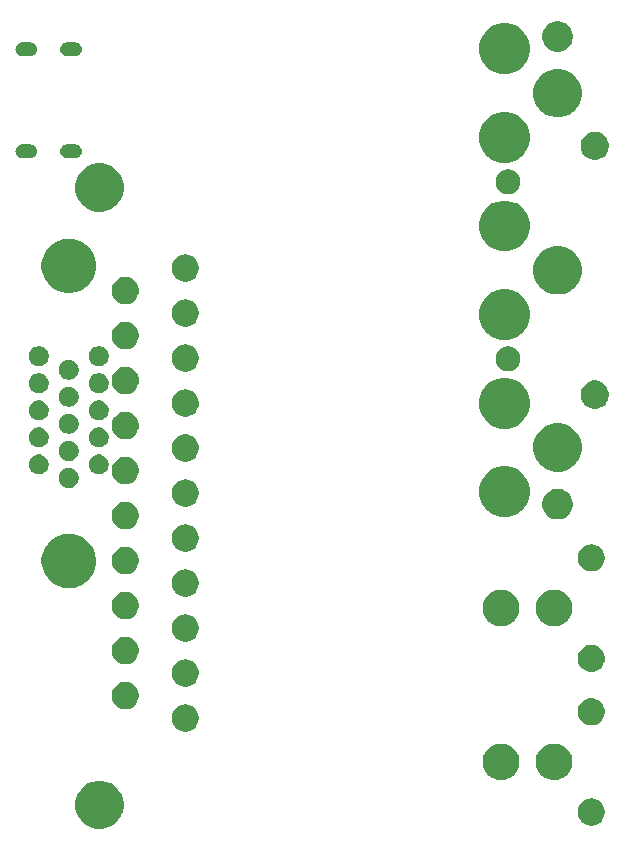
<source format=gbr>
%TF.GenerationSoftware,KiCad,Pcbnew,(5.1.5)-2*%
%TF.CreationDate,2020-06-12T06:49:41+12:00*%
%TF.ProjectId,RGB-to-component,5247422d-746f-42d6-936f-6d706f6e656e,rev?*%
%TF.SameCoordinates,Original*%
%TF.FileFunction,Soldermask,Bot*%
%TF.FilePolarity,Negative*%
%FSLAX46Y46*%
G04 Gerber Fmt 4.6, Leading zero omitted, Abs format (unit mm)*
G04 Created by KiCad (PCBNEW (5.1.5)-2) date 2020-06-12 06:49:41*
%MOMM*%
%LPD*%
G04 APERTURE LIST*
%ADD10C,0.100000*%
G04 APERTURE END LIST*
D10*
G36*
X27798254Y-105297818D02*
G01*
X28171511Y-105452426D01*
X28171513Y-105452427D01*
X28507436Y-105676884D01*
X28793116Y-105962564D01*
X29017574Y-106298489D01*
X29172182Y-106671746D01*
X29251000Y-107067993D01*
X29251000Y-107472007D01*
X29172182Y-107868254D01*
X29124501Y-107983365D01*
X29017573Y-108241513D01*
X28793116Y-108577436D01*
X28507436Y-108863116D01*
X28171513Y-109087573D01*
X28171512Y-109087574D01*
X28171511Y-109087574D01*
X27798254Y-109242182D01*
X27402007Y-109321000D01*
X26997993Y-109321000D01*
X26601746Y-109242182D01*
X26228489Y-109087574D01*
X26228488Y-109087574D01*
X26228487Y-109087573D01*
X25892564Y-108863116D01*
X25606884Y-108577436D01*
X25382427Y-108241513D01*
X25275499Y-107983365D01*
X25227818Y-107868254D01*
X25149000Y-107472007D01*
X25149000Y-107067993D01*
X25227818Y-106671746D01*
X25382426Y-106298489D01*
X25606884Y-105962564D01*
X25892564Y-105676884D01*
X26228487Y-105452427D01*
X26228489Y-105452426D01*
X26601746Y-105297818D01*
X26997993Y-105219000D01*
X27402007Y-105219000D01*
X27798254Y-105297818D01*
G37*
G36*
X69074549Y-106741116D02*
G01*
X69185734Y-106763232D01*
X69395203Y-106849997D01*
X69583720Y-106975960D01*
X69744040Y-107136280D01*
X69870003Y-107324797D01*
X69956768Y-107534266D01*
X70001000Y-107756636D01*
X70001000Y-107983364D01*
X69956768Y-108205734D01*
X69870003Y-108415203D01*
X69744040Y-108603720D01*
X69583720Y-108764040D01*
X69395203Y-108890003D01*
X69185734Y-108976768D01*
X69074549Y-108998884D01*
X68963365Y-109021000D01*
X68736635Y-109021000D01*
X68625451Y-108998884D01*
X68514266Y-108976768D01*
X68304797Y-108890003D01*
X68116280Y-108764040D01*
X67955960Y-108603720D01*
X67829997Y-108415203D01*
X67743232Y-108205734D01*
X67699000Y-107983364D01*
X67699000Y-107756636D01*
X67743232Y-107534266D01*
X67829997Y-107324797D01*
X67955960Y-107136280D01*
X68116280Y-106975960D01*
X68304797Y-106849997D01*
X68514266Y-106763232D01*
X68625451Y-106741116D01*
X68736635Y-106719000D01*
X68963365Y-106719000D01*
X69074549Y-106741116D01*
G37*
G36*
X66002585Y-102098802D02*
G01*
X66152410Y-102128604D01*
X66434674Y-102245521D01*
X66688705Y-102415259D01*
X66904741Y-102631295D01*
X67074479Y-102885326D01*
X67191396Y-103167590D01*
X67251000Y-103467240D01*
X67251000Y-103772760D01*
X67191396Y-104072410D01*
X67074479Y-104354674D01*
X66904741Y-104608705D01*
X66688705Y-104824741D01*
X66434674Y-104994479D01*
X66152410Y-105111396D01*
X66002585Y-105141198D01*
X65852761Y-105171000D01*
X65547239Y-105171000D01*
X65397415Y-105141198D01*
X65247590Y-105111396D01*
X64965326Y-104994479D01*
X64711295Y-104824741D01*
X64495259Y-104608705D01*
X64325521Y-104354674D01*
X64208604Y-104072410D01*
X64149000Y-103772760D01*
X64149000Y-103467240D01*
X64208604Y-103167590D01*
X64325521Y-102885326D01*
X64495259Y-102631295D01*
X64711295Y-102415259D01*
X64965326Y-102245521D01*
X65247590Y-102128604D01*
X65397415Y-102098802D01*
X65547239Y-102069000D01*
X65852761Y-102069000D01*
X66002585Y-102098802D01*
G37*
G36*
X61502585Y-102098802D02*
G01*
X61652410Y-102128604D01*
X61934674Y-102245521D01*
X62188705Y-102415259D01*
X62404741Y-102631295D01*
X62574479Y-102885326D01*
X62691396Y-103167590D01*
X62751000Y-103467240D01*
X62751000Y-103772760D01*
X62691396Y-104072410D01*
X62574479Y-104354674D01*
X62404741Y-104608705D01*
X62188705Y-104824741D01*
X61934674Y-104994479D01*
X61652410Y-105111396D01*
X61502585Y-105141198D01*
X61352761Y-105171000D01*
X61047239Y-105171000D01*
X60897415Y-105141198D01*
X60747590Y-105111396D01*
X60465326Y-104994479D01*
X60211295Y-104824741D01*
X59995259Y-104608705D01*
X59825521Y-104354674D01*
X59708604Y-104072410D01*
X59649000Y-103772760D01*
X59649000Y-103467240D01*
X59708604Y-103167590D01*
X59825521Y-102885326D01*
X59995259Y-102631295D01*
X60211295Y-102415259D01*
X60465326Y-102245521D01*
X60747590Y-102128604D01*
X60897415Y-102098802D01*
X61047239Y-102069000D01*
X61352761Y-102069000D01*
X61502585Y-102098802D01*
G37*
G36*
X34704549Y-98776116D02*
G01*
X34815734Y-98798232D01*
X35025203Y-98884997D01*
X35213720Y-99010960D01*
X35374040Y-99171280D01*
X35500003Y-99359797D01*
X35586768Y-99569266D01*
X35631000Y-99791636D01*
X35631000Y-100018364D01*
X35586768Y-100240734D01*
X35500003Y-100450203D01*
X35374040Y-100638720D01*
X35213720Y-100799040D01*
X35025203Y-100925003D01*
X34815734Y-101011768D01*
X34704549Y-101033884D01*
X34593365Y-101056000D01*
X34366635Y-101056000D01*
X34255451Y-101033884D01*
X34144266Y-101011768D01*
X33934797Y-100925003D01*
X33746280Y-100799040D01*
X33585960Y-100638720D01*
X33459997Y-100450203D01*
X33373232Y-100240734D01*
X33329000Y-100018364D01*
X33329000Y-99791636D01*
X33373232Y-99569266D01*
X33459997Y-99359797D01*
X33585960Y-99171280D01*
X33746280Y-99010960D01*
X33934797Y-98884997D01*
X34144266Y-98798232D01*
X34255451Y-98776116D01*
X34366635Y-98754000D01*
X34593365Y-98754000D01*
X34704549Y-98776116D01*
G37*
G36*
X69074549Y-98241116D02*
G01*
X69185734Y-98263232D01*
X69395203Y-98349997D01*
X69583720Y-98475960D01*
X69744040Y-98636280D01*
X69870003Y-98824797D01*
X69956768Y-99034266D01*
X70001000Y-99256636D01*
X70001000Y-99483364D01*
X69956768Y-99705734D01*
X69870003Y-99915203D01*
X69744040Y-100103720D01*
X69583720Y-100264040D01*
X69395203Y-100390003D01*
X69185734Y-100476768D01*
X69074549Y-100498884D01*
X68963365Y-100521000D01*
X68736635Y-100521000D01*
X68625451Y-100498884D01*
X68514266Y-100476768D01*
X68304797Y-100390003D01*
X68116280Y-100264040D01*
X67955960Y-100103720D01*
X67829997Y-99915203D01*
X67743232Y-99705734D01*
X67699000Y-99483364D01*
X67699000Y-99256636D01*
X67743232Y-99034266D01*
X67829997Y-98824797D01*
X67955960Y-98636280D01*
X68116280Y-98475960D01*
X68304797Y-98349997D01*
X68514266Y-98263232D01*
X68625451Y-98241116D01*
X68736635Y-98219000D01*
X68963365Y-98219000D01*
X69074549Y-98241116D01*
G37*
G36*
X29624549Y-96871116D02*
G01*
X29735734Y-96893232D01*
X29945203Y-96979997D01*
X30133720Y-97105960D01*
X30294040Y-97266280D01*
X30420003Y-97454797D01*
X30506768Y-97664266D01*
X30551000Y-97886636D01*
X30551000Y-98113364D01*
X30506768Y-98335734D01*
X30420003Y-98545203D01*
X30294040Y-98733720D01*
X30133720Y-98894040D01*
X29945203Y-99020003D01*
X29735734Y-99106768D01*
X29624549Y-99128884D01*
X29513365Y-99151000D01*
X29286635Y-99151000D01*
X29175451Y-99128884D01*
X29064266Y-99106768D01*
X28854797Y-99020003D01*
X28666280Y-98894040D01*
X28505960Y-98733720D01*
X28379997Y-98545203D01*
X28293232Y-98335734D01*
X28249000Y-98113364D01*
X28249000Y-97886636D01*
X28293232Y-97664266D01*
X28379997Y-97454797D01*
X28505960Y-97266280D01*
X28666280Y-97105960D01*
X28854797Y-96979997D01*
X29064266Y-96893232D01*
X29175451Y-96871116D01*
X29286635Y-96849000D01*
X29513365Y-96849000D01*
X29624549Y-96871116D01*
G37*
G36*
X34690714Y-94963364D02*
G01*
X34815734Y-94988232D01*
X35025203Y-95074997D01*
X35213720Y-95200960D01*
X35374040Y-95361280D01*
X35500003Y-95549797D01*
X35500004Y-95549799D01*
X35586768Y-95759267D01*
X35626054Y-95956768D01*
X35631000Y-95981636D01*
X35631000Y-96208364D01*
X35586768Y-96430734D01*
X35500003Y-96640203D01*
X35374040Y-96828720D01*
X35213720Y-96989040D01*
X35025203Y-97115003D01*
X34815734Y-97201768D01*
X34704549Y-97223884D01*
X34593365Y-97246000D01*
X34366635Y-97246000D01*
X34255451Y-97223884D01*
X34144266Y-97201768D01*
X33934797Y-97115003D01*
X33746280Y-96989040D01*
X33585960Y-96828720D01*
X33459997Y-96640203D01*
X33373232Y-96430734D01*
X33329000Y-96208364D01*
X33329000Y-95981636D01*
X33333947Y-95956768D01*
X33373232Y-95759267D01*
X33459996Y-95549799D01*
X33459997Y-95549797D01*
X33585960Y-95361280D01*
X33746280Y-95200960D01*
X33934797Y-95074997D01*
X34144266Y-94988232D01*
X34269286Y-94963364D01*
X34366635Y-94944000D01*
X34593365Y-94944000D01*
X34690714Y-94963364D01*
G37*
G36*
X69074549Y-93721116D02*
G01*
X69185734Y-93743232D01*
X69395203Y-93829997D01*
X69583720Y-93955960D01*
X69744040Y-94116280D01*
X69869046Y-94303365D01*
X69870004Y-94304799D01*
X69956768Y-94514267D01*
X70001000Y-94736635D01*
X70001000Y-94963365D01*
X69978884Y-95074549D01*
X69956768Y-95185734D01*
X69870003Y-95395203D01*
X69744040Y-95583720D01*
X69583720Y-95744040D01*
X69395203Y-95870003D01*
X69185734Y-95956768D01*
X69074549Y-95978884D01*
X68963365Y-96001000D01*
X68736635Y-96001000D01*
X68625451Y-95978884D01*
X68514266Y-95956768D01*
X68304797Y-95870003D01*
X68116280Y-95744040D01*
X67955960Y-95583720D01*
X67829997Y-95395203D01*
X67743232Y-95185734D01*
X67721116Y-95074549D01*
X67699000Y-94963365D01*
X67699000Y-94736635D01*
X67743232Y-94514267D01*
X67829996Y-94304799D01*
X67830954Y-94303365D01*
X67955960Y-94116280D01*
X68116280Y-93955960D01*
X68304797Y-93829997D01*
X68514266Y-93743232D01*
X68625451Y-93721116D01*
X68736635Y-93699000D01*
X68963365Y-93699000D01*
X69074549Y-93721116D01*
G37*
G36*
X29624549Y-93061116D02*
G01*
X29735734Y-93083232D01*
X29945203Y-93169997D01*
X30133720Y-93295960D01*
X30294040Y-93456280D01*
X30420003Y-93644797D01*
X30506768Y-93854266D01*
X30551000Y-94076636D01*
X30551000Y-94303364D01*
X30506768Y-94525734D01*
X30420003Y-94735203D01*
X30294040Y-94923720D01*
X30133720Y-95084040D01*
X29945203Y-95210003D01*
X29735734Y-95296768D01*
X29624549Y-95318884D01*
X29513365Y-95341000D01*
X29286635Y-95341000D01*
X29175451Y-95318884D01*
X29064266Y-95296768D01*
X28854797Y-95210003D01*
X28666280Y-95084040D01*
X28505960Y-94923720D01*
X28379997Y-94735203D01*
X28293232Y-94525734D01*
X28249000Y-94303364D01*
X28249000Y-94076636D01*
X28293232Y-93854266D01*
X28379997Y-93644797D01*
X28505960Y-93456280D01*
X28666280Y-93295960D01*
X28854797Y-93169997D01*
X29064266Y-93083232D01*
X29175451Y-93061116D01*
X29286635Y-93039000D01*
X29513365Y-93039000D01*
X29624549Y-93061116D01*
G37*
G36*
X34704549Y-91156116D02*
G01*
X34815734Y-91178232D01*
X35025203Y-91264997D01*
X35213720Y-91390960D01*
X35374040Y-91551280D01*
X35500003Y-91739797D01*
X35586768Y-91949266D01*
X35631000Y-92171636D01*
X35631000Y-92398364D01*
X35586768Y-92620734D01*
X35500003Y-92830203D01*
X35374040Y-93018720D01*
X35213720Y-93179040D01*
X35025203Y-93305003D01*
X34815734Y-93391768D01*
X34704549Y-93413884D01*
X34593365Y-93436000D01*
X34366635Y-93436000D01*
X34255451Y-93413884D01*
X34144266Y-93391768D01*
X33934797Y-93305003D01*
X33746280Y-93179040D01*
X33585960Y-93018720D01*
X33459997Y-92830203D01*
X33373232Y-92620734D01*
X33329000Y-92398364D01*
X33329000Y-92171636D01*
X33373232Y-91949266D01*
X33459997Y-91739797D01*
X33585960Y-91551280D01*
X33746280Y-91390960D01*
X33934797Y-91264997D01*
X34144266Y-91178232D01*
X34255451Y-91156116D01*
X34366635Y-91134000D01*
X34593365Y-91134000D01*
X34704549Y-91156116D01*
G37*
G36*
X66002585Y-89078802D02*
G01*
X66152410Y-89108604D01*
X66434674Y-89225521D01*
X66688705Y-89395259D01*
X66904741Y-89611295D01*
X67074479Y-89865326D01*
X67191396Y-90147590D01*
X67251000Y-90447240D01*
X67251000Y-90752760D01*
X67191396Y-91052410D01*
X67074479Y-91334674D01*
X66904741Y-91588705D01*
X66688705Y-91804741D01*
X66434674Y-91974479D01*
X66152410Y-92091396D01*
X66002585Y-92121198D01*
X65852761Y-92151000D01*
X65547239Y-92151000D01*
X65397415Y-92121198D01*
X65247590Y-92091396D01*
X64965326Y-91974479D01*
X64711295Y-91804741D01*
X64495259Y-91588705D01*
X64325521Y-91334674D01*
X64208604Y-91052410D01*
X64149000Y-90752760D01*
X64149000Y-90447240D01*
X64208604Y-90147590D01*
X64325521Y-89865326D01*
X64495259Y-89611295D01*
X64711295Y-89395259D01*
X64965326Y-89225521D01*
X65247590Y-89108604D01*
X65397415Y-89078802D01*
X65547239Y-89049000D01*
X65852761Y-89049000D01*
X66002585Y-89078802D01*
G37*
G36*
X61502585Y-89078802D02*
G01*
X61652410Y-89108604D01*
X61934674Y-89225521D01*
X62188705Y-89395259D01*
X62404741Y-89611295D01*
X62574479Y-89865326D01*
X62691396Y-90147590D01*
X62751000Y-90447240D01*
X62751000Y-90752760D01*
X62691396Y-91052410D01*
X62574479Y-91334674D01*
X62404741Y-91588705D01*
X62188705Y-91804741D01*
X61934674Y-91974479D01*
X61652410Y-92091396D01*
X61502585Y-92121198D01*
X61352761Y-92151000D01*
X61047239Y-92151000D01*
X60897415Y-92121198D01*
X60747590Y-92091396D01*
X60465326Y-91974479D01*
X60211295Y-91804741D01*
X59995259Y-91588705D01*
X59825521Y-91334674D01*
X59708604Y-91052410D01*
X59649000Y-90752760D01*
X59649000Y-90447240D01*
X59708604Y-90147590D01*
X59825521Y-89865326D01*
X59995259Y-89611295D01*
X60211295Y-89395259D01*
X60465326Y-89225521D01*
X60747590Y-89108604D01*
X60897415Y-89078802D01*
X61047239Y-89049000D01*
X61352761Y-89049000D01*
X61502585Y-89078802D01*
G37*
G36*
X29624549Y-89251116D02*
G01*
X29735734Y-89273232D01*
X29945203Y-89359997D01*
X30133720Y-89485960D01*
X30294040Y-89646280D01*
X30420003Y-89834797D01*
X30506768Y-90044266D01*
X30551000Y-90266636D01*
X30551000Y-90493364D01*
X30506768Y-90715734D01*
X30420003Y-90925203D01*
X30294040Y-91113720D01*
X30133720Y-91274040D01*
X29945203Y-91400003D01*
X29735734Y-91486768D01*
X29624549Y-91508884D01*
X29513365Y-91531000D01*
X29286635Y-91531000D01*
X29175451Y-91508884D01*
X29064266Y-91486768D01*
X28854797Y-91400003D01*
X28666280Y-91274040D01*
X28505960Y-91113720D01*
X28379997Y-90925203D01*
X28293232Y-90715734D01*
X28249000Y-90493364D01*
X28249000Y-90266636D01*
X28293232Y-90044266D01*
X28379997Y-89834797D01*
X28505960Y-89646280D01*
X28666280Y-89485960D01*
X28854797Y-89359997D01*
X29064266Y-89273232D01*
X29175451Y-89251116D01*
X29286635Y-89229000D01*
X29513365Y-89229000D01*
X29624549Y-89251116D01*
G37*
G36*
X34704549Y-87346116D02*
G01*
X34815734Y-87368232D01*
X35025203Y-87454997D01*
X35213720Y-87580960D01*
X35374040Y-87741280D01*
X35500003Y-87929797D01*
X35586768Y-88139266D01*
X35631000Y-88361636D01*
X35631000Y-88588364D01*
X35586768Y-88810734D01*
X35500003Y-89020203D01*
X35374040Y-89208720D01*
X35213720Y-89369040D01*
X35025203Y-89495003D01*
X34815734Y-89581768D01*
X34704549Y-89603884D01*
X34593365Y-89626000D01*
X34366635Y-89626000D01*
X34255451Y-89603884D01*
X34144266Y-89581768D01*
X33934797Y-89495003D01*
X33746280Y-89369040D01*
X33585960Y-89208720D01*
X33459997Y-89020203D01*
X33373232Y-88810734D01*
X33329000Y-88588364D01*
X33329000Y-88361636D01*
X33373232Y-88139266D01*
X33459997Y-87929797D01*
X33585960Y-87741280D01*
X33746280Y-87580960D01*
X33934797Y-87454997D01*
X34144266Y-87368232D01*
X34255451Y-87346116D01*
X34366635Y-87324000D01*
X34593365Y-87324000D01*
X34704549Y-87346116D01*
G37*
G36*
X25048903Y-84363213D02*
G01*
X25271177Y-84407426D01*
X25689932Y-84580880D01*
X26066802Y-84832696D01*
X26387304Y-85153198D01*
X26639120Y-85530068D01*
X26812574Y-85948823D01*
X26856787Y-86171097D01*
X26901000Y-86393370D01*
X26901000Y-86846630D01*
X26889243Y-86905734D01*
X26812574Y-87291177D01*
X26639120Y-87709932D01*
X26387304Y-88086802D01*
X26066802Y-88407304D01*
X25689932Y-88659120D01*
X25271177Y-88832574D01*
X25048903Y-88876787D01*
X24826630Y-88921000D01*
X24373370Y-88921000D01*
X24151097Y-88876787D01*
X23928823Y-88832574D01*
X23510068Y-88659120D01*
X23133198Y-88407304D01*
X22812696Y-88086802D01*
X22560880Y-87709932D01*
X22387426Y-87291177D01*
X22310757Y-86905734D01*
X22299000Y-86846630D01*
X22299000Y-86393370D01*
X22343213Y-86171097D01*
X22387426Y-85948823D01*
X22560880Y-85530068D01*
X22812696Y-85153198D01*
X23133198Y-84832696D01*
X23510068Y-84580880D01*
X23928823Y-84407426D01*
X24151097Y-84363213D01*
X24373370Y-84319000D01*
X24826630Y-84319000D01*
X25048903Y-84363213D01*
G37*
G36*
X29624549Y-85441116D02*
G01*
X29735734Y-85463232D01*
X29945203Y-85549997D01*
X30133720Y-85675960D01*
X30294040Y-85836280D01*
X30420003Y-86024797D01*
X30506768Y-86234266D01*
X30551000Y-86456636D01*
X30551000Y-86683364D01*
X30506768Y-86905734D01*
X30420003Y-87115203D01*
X30294040Y-87303720D01*
X30133720Y-87464040D01*
X29945203Y-87590003D01*
X29735734Y-87676768D01*
X29624549Y-87698884D01*
X29513365Y-87721000D01*
X29286635Y-87721000D01*
X29175451Y-87698884D01*
X29064266Y-87676768D01*
X28854797Y-87590003D01*
X28666280Y-87464040D01*
X28505960Y-87303720D01*
X28379997Y-87115203D01*
X28293232Y-86905734D01*
X28249000Y-86683364D01*
X28249000Y-86456636D01*
X28293232Y-86234266D01*
X28379997Y-86024797D01*
X28505960Y-85836280D01*
X28666280Y-85675960D01*
X28854797Y-85549997D01*
X29064266Y-85463232D01*
X29175451Y-85441116D01*
X29286635Y-85419000D01*
X29513365Y-85419000D01*
X29624549Y-85441116D01*
G37*
G36*
X69074549Y-85221116D02*
G01*
X69185734Y-85243232D01*
X69395203Y-85329997D01*
X69583720Y-85455960D01*
X69744040Y-85616280D01*
X69870003Y-85804797D01*
X69870004Y-85804799D01*
X69883044Y-85836280D01*
X69956768Y-86014266D01*
X70001000Y-86236636D01*
X70001000Y-86463364D01*
X69956768Y-86685734D01*
X69870003Y-86895203D01*
X69744040Y-87083720D01*
X69583720Y-87244040D01*
X69395203Y-87370003D01*
X69185734Y-87456768D01*
X69074549Y-87478884D01*
X68963365Y-87501000D01*
X68736635Y-87501000D01*
X68625451Y-87478884D01*
X68514266Y-87456768D01*
X68304797Y-87370003D01*
X68116280Y-87244040D01*
X67955960Y-87083720D01*
X67829997Y-86895203D01*
X67743232Y-86685734D01*
X67699000Y-86463364D01*
X67699000Y-86236636D01*
X67743232Y-86014266D01*
X67816956Y-85836280D01*
X67829996Y-85804799D01*
X67829997Y-85804797D01*
X67955960Y-85616280D01*
X68116280Y-85455960D01*
X68304797Y-85329997D01*
X68514266Y-85243232D01*
X68625451Y-85221116D01*
X68736635Y-85199000D01*
X68963365Y-85199000D01*
X69074549Y-85221116D01*
G37*
G36*
X34704549Y-83536116D02*
G01*
X34815734Y-83558232D01*
X35025203Y-83644997D01*
X35213720Y-83770960D01*
X35374040Y-83931280D01*
X35500003Y-84119797D01*
X35582516Y-84319000D01*
X35586768Y-84329267D01*
X35631000Y-84551635D01*
X35631000Y-84778365D01*
X35586768Y-85000733D01*
X35504644Y-85199000D01*
X35500003Y-85210203D01*
X35374040Y-85398720D01*
X35213720Y-85559040D01*
X35025203Y-85685003D01*
X34815734Y-85771768D01*
X34704549Y-85793884D01*
X34593365Y-85816000D01*
X34366635Y-85816000D01*
X34255451Y-85793884D01*
X34144266Y-85771768D01*
X33934797Y-85685003D01*
X33746280Y-85559040D01*
X33585960Y-85398720D01*
X33459997Y-85210203D01*
X33455357Y-85199000D01*
X33373232Y-85000733D01*
X33329000Y-84778365D01*
X33329000Y-84551635D01*
X33373232Y-84329267D01*
X33377485Y-84319000D01*
X33459997Y-84119797D01*
X33585960Y-83931280D01*
X33746280Y-83770960D01*
X33934797Y-83644997D01*
X34144266Y-83558232D01*
X34255451Y-83536116D01*
X34366635Y-83514000D01*
X34593365Y-83514000D01*
X34704549Y-83536116D01*
G37*
G36*
X29624549Y-81631116D02*
G01*
X29735734Y-81653232D01*
X29945203Y-81739997D01*
X30133720Y-81865960D01*
X30294040Y-82026280D01*
X30420003Y-82214797D01*
X30505329Y-82420791D01*
X30506768Y-82424267D01*
X30547560Y-82629339D01*
X30551000Y-82646636D01*
X30551000Y-82873364D01*
X30506768Y-83095734D01*
X30420003Y-83305203D01*
X30294040Y-83493720D01*
X30133720Y-83654040D01*
X29945203Y-83780003D01*
X29735734Y-83866768D01*
X29624549Y-83888884D01*
X29513365Y-83911000D01*
X29286635Y-83911000D01*
X29175451Y-83888884D01*
X29064266Y-83866768D01*
X28854797Y-83780003D01*
X28666280Y-83654040D01*
X28505960Y-83493720D01*
X28379997Y-83305203D01*
X28293232Y-83095734D01*
X28249000Y-82873364D01*
X28249000Y-82646636D01*
X28252441Y-82629339D01*
X28293232Y-82424267D01*
X28294672Y-82420791D01*
X28379997Y-82214797D01*
X28505960Y-82026280D01*
X28666280Y-81865960D01*
X28854797Y-81739997D01*
X29064266Y-81653232D01*
X29175451Y-81631116D01*
X29286635Y-81609000D01*
X29513365Y-81609000D01*
X29624549Y-81631116D01*
G37*
G36*
X66379487Y-80548996D02*
G01*
X66616253Y-80647068D01*
X66616255Y-80647069D01*
X66757783Y-80741635D01*
X66829339Y-80789447D01*
X67010553Y-80970661D01*
X67152932Y-81183747D01*
X67251004Y-81420513D01*
X67301000Y-81671861D01*
X67301000Y-81928139D01*
X67251004Y-82179487D01*
X67236378Y-82214797D01*
X67152931Y-82416255D01*
X67010553Y-82629339D01*
X66829339Y-82810553D01*
X66616255Y-82952931D01*
X66616254Y-82952932D01*
X66616253Y-82952932D01*
X66379487Y-83051004D01*
X66128139Y-83101000D01*
X65871861Y-83101000D01*
X65620513Y-83051004D01*
X65383747Y-82952932D01*
X65383746Y-82952932D01*
X65383745Y-82952931D01*
X65170661Y-82810553D01*
X64989447Y-82629339D01*
X64847069Y-82416255D01*
X64763622Y-82214797D01*
X64748996Y-82179487D01*
X64699000Y-81928139D01*
X64699000Y-81671861D01*
X64748996Y-81420513D01*
X64847068Y-81183747D01*
X64989447Y-80970661D01*
X65170661Y-80789447D01*
X65242217Y-80741635D01*
X65383745Y-80647069D01*
X65383747Y-80647068D01*
X65620513Y-80548996D01*
X65871861Y-80499000D01*
X66128139Y-80499000D01*
X66379487Y-80548996D01*
G37*
G36*
X62127423Y-78681661D02*
G01*
X62517172Y-78843100D01*
X62518881Y-78843808D01*
X62871183Y-79079209D01*
X63170791Y-79378817D01*
X63406192Y-79731119D01*
X63406193Y-79731121D01*
X63568339Y-80122577D01*
X63651000Y-80538144D01*
X63651000Y-80961856D01*
X63568339Y-81377423D01*
X63406193Y-81768879D01*
X63406192Y-81768881D01*
X63170791Y-82121183D01*
X62871183Y-82420791D01*
X62518881Y-82656192D01*
X62518880Y-82656193D01*
X62518879Y-82656193D01*
X62127423Y-82818339D01*
X61711856Y-82901000D01*
X61288144Y-82901000D01*
X60872577Y-82818339D01*
X60481121Y-82656193D01*
X60481120Y-82656193D01*
X60481119Y-82656192D01*
X60128817Y-82420791D01*
X59829209Y-82121183D01*
X59593808Y-81768881D01*
X59593807Y-81768879D01*
X59431661Y-81377423D01*
X59349000Y-80961856D01*
X59349000Y-80538144D01*
X59431661Y-80122577D01*
X59593807Y-79731121D01*
X59593808Y-79731119D01*
X59829209Y-79378817D01*
X60128817Y-79079209D01*
X60481119Y-78843808D01*
X60482828Y-78843100D01*
X60872577Y-78681661D01*
X61288144Y-78599000D01*
X61711856Y-78599000D01*
X62127423Y-78681661D01*
G37*
G36*
X34704549Y-79726116D02*
G01*
X34815734Y-79748232D01*
X34963850Y-79809584D01*
X35008862Y-79828228D01*
X35025203Y-79834997D01*
X35213720Y-79960960D01*
X35374040Y-80121280D01*
X35500003Y-80309797D01*
X35586768Y-80519266D01*
X35631000Y-80741636D01*
X35631000Y-80968364D01*
X35586768Y-81190734D01*
X35500003Y-81400203D01*
X35374040Y-81588720D01*
X35213720Y-81749040D01*
X35025203Y-81875003D01*
X34815734Y-81961768D01*
X34704549Y-81983884D01*
X34593365Y-82006000D01*
X34366635Y-82006000D01*
X34255451Y-81983884D01*
X34144266Y-81961768D01*
X33934797Y-81875003D01*
X33746280Y-81749040D01*
X33585960Y-81588720D01*
X33459997Y-81400203D01*
X33373232Y-81190734D01*
X33329000Y-80968364D01*
X33329000Y-80741636D01*
X33373232Y-80519266D01*
X33459997Y-80309797D01*
X33585960Y-80121280D01*
X33746280Y-79960960D01*
X33934797Y-79834997D01*
X33951139Y-79828228D01*
X33996150Y-79809584D01*
X34144266Y-79748232D01*
X34255451Y-79726116D01*
X34366635Y-79704000D01*
X34593365Y-79704000D01*
X34704549Y-79726116D01*
G37*
G36*
X24848228Y-78761703D02*
G01*
X25003100Y-78825853D01*
X25142481Y-78918985D01*
X25261015Y-79037519D01*
X25354147Y-79176900D01*
X25418297Y-79331772D01*
X25451000Y-79496184D01*
X25451000Y-79663816D01*
X25418297Y-79828228D01*
X25354147Y-79983100D01*
X25261015Y-80122481D01*
X25142481Y-80241015D01*
X25003100Y-80334147D01*
X24848228Y-80398297D01*
X24683816Y-80431000D01*
X24516184Y-80431000D01*
X24351772Y-80398297D01*
X24196900Y-80334147D01*
X24057519Y-80241015D01*
X23938985Y-80122481D01*
X23845853Y-79983100D01*
X23781703Y-79828228D01*
X23749000Y-79663816D01*
X23749000Y-79496184D01*
X23781703Y-79331772D01*
X23845853Y-79176900D01*
X23938985Y-79037519D01*
X24057519Y-78918985D01*
X24196900Y-78825853D01*
X24351772Y-78761703D01*
X24516184Y-78729000D01*
X24683816Y-78729000D01*
X24848228Y-78761703D01*
G37*
G36*
X29624549Y-77821116D02*
G01*
X29735734Y-77843232D01*
X29945203Y-77929997D01*
X30133720Y-78055960D01*
X30294040Y-78216280D01*
X30420003Y-78404797D01*
X30500445Y-78599000D01*
X30506768Y-78614267D01*
X30547209Y-78817574D01*
X30551000Y-78836636D01*
X30551000Y-79063364D01*
X30506768Y-79285734D01*
X30420003Y-79495203D01*
X30294040Y-79683720D01*
X30133720Y-79844040D01*
X29945203Y-79970003D01*
X29945202Y-79970004D01*
X29945201Y-79970004D01*
X29913584Y-79983100D01*
X29735734Y-80056768D01*
X29624549Y-80078884D01*
X29513365Y-80101000D01*
X29286635Y-80101000D01*
X29175451Y-80078884D01*
X29064266Y-80056768D01*
X28886416Y-79983100D01*
X28854799Y-79970004D01*
X28854798Y-79970004D01*
X28854797Y-79970003D01*
X28666280Y-79844040D01*
X28505960Y-79683720D01*
X28379997Y-79495203D01*
X28293232Y-79285734D01*
X28249000Y-79063364D01*
X28249000Y-78836636D01*
X28252792Y-78817574D01*
X28293232Y-78614267D01*
X28299556Y-78599000D01*
X28379997Y-78404797D01*
X28505960Y-78216280D01*
X28666280Y-78055960D01*
X28854797Y-77929997D01*
X29064266Y-77843232D01*
X29175451Y-77821116D01*
X29286635Y-77799000D01*
X29513365Y-77799000D01*
X29624549Y-77821116D01*
G37*
G36*
X27388228Y-77621703D02*
G01*
X27543100Y-77685853D01*
X27682481Y-77778985D01*
X27801015Y-77897519D01*
X27894147Y-78036900D01*
X27958297Y-78191772D01*
X27991000Y-78356184D01*
X27991000Y-78523816D01*
X27958297Y-78688228D01*
X27894147Y-78843100D01*
X27801015Y-78982481D01*
X27682481Y-79101015D01*
X27543100Y-79194147D01*
X27388228Y-79258297D01*
X27223816Y-79291000D01*
X27056184Y-79291000D01*
X26891772Y-79258297D01*
X26736900Y-79194147D01*
X26597519Y-79101015D01*
X26478985Y-78982481D01*
X26385853Y-78843100D01*
X26321703Y-78688228D01*
X26289000Y-78523816D01*
X26289000Y-78356184D01*
X26321703Y-78191772D01*
X26385853Y-78036900D01*
X26478985Y-77897519D01*
X26597519Y-77778985D01*
X26736900Y-77685853D01*
X26891772Y-77621703D01*
X27056184Y-77589000D01*
X27223816Y-77589000D01*
X27388228Y-77621703D01*
G37*
G36*
X22308228Y-77621703D02*
G01*
X22463100Y-77685853D01*
X22602481Y-77778985D01*
X22721015Y-77897519D01*
X22814147Y-78036900D01*
X22878297Y-78191772D01*
X22911000Y-78356184D01*
X22911000Y-78523816D01*
X22878297Y-78688228D01*
X22814147Y-78843100D01*
X22721015Y-78982481D01*
X22602481Y-79101015D01*
X22463100Y-79194147D01*
X22308228Y-79258297D01*
X22143816Y-79291000D01*
X21976184Y-79291000D01*
X21811772Y-79258297D01*
X21656900Y-79194147D01*
X21517519Y-79101015D01*
X21398985Y-78982481D01*
X21305853Y-78843100D01*
X21241703Y-78688228D01*
X21209000Y-78523816D01*
X21209000Y-78356184D01*
X21241703Y-78191772D01*
X21305853Y-78036900D01*
X21398985Y-77897519D01*
X21517519Y-77778985D01*
X21656900Y-77685853D01*
X21811772Y-77621703D01*
X21976184Y-77589000D01*
X22143816Y-77589000D01*
X22308228Y-77621703D01*
G37*
G36*
X66598254Y-75027818D02*
G01*
X66971511Y-75182426D01*
X66971513Y-75182427D01*
X67307436Y-75406884D01*
X67593116Y-75692564D01*
X67732905Y-75901772D01*
X67817574Y-76028489D01*
X67972182Y-76401746D01*
X68051000Y-76797993D01*
X68051000Y-77202007D01*
X67972182Y-77598254D01*
X67831024Y-77939040D01*
X67817573Y-77971513D01*
X67593116Y-78307436D01*
X67307436Y-78593116D01*
X66971513Y-78817573D01*
X66971512Y-78817574D01*
X66971511Y-78817574D01*
X66598254Y-78972182D01*
X66202007Y-79051000D01*
X65797993Y-79051000D01*
X65401746Y-78972182D01*
X65028489Y-78817574D01*
X65028488Y-78817574D01*
X65028487Y-78817573D01*
X64692564Y-78593116D01*
X64406884Y-78307436D01*
X64182427Y-77971513D01*
X64168976Y-77939040D01*
X64027818Y-77598254D01*
X63949000Y-77202007D01*
X63949000Y-76797993D01*
X64027818Y-76401746D01*
X64182426Y-76028489D01*
X64267096Y-75901772D01*
X64406884Y-75692564D01*
X64692564Y-75406884D01*
X65028487Y-75182427D01*
X65028489Y-75182426D01*
X65401746Y-75027818D01*
X65797993Y-74949000D01*
X66202007Y-74949000D01*
X66598254Y-75027818D01*
G37*
G36*
X34632432Y-75901771D02*
G01*
X34815734Y-75938232D01*
X35025203Y-76024997D01*
X35213720Y-76150960D01*
X35374040Y-76311280D01*
X35500003Y-76499797D01*
X35500004Y-76499799D01*
X35586768Y-76709267D01*
X35622102Y-76886900D01*
X35631000Y-76931636D01*
X35631000Y-77158364D01*
X35586768Y-77380734D01*
X35500003Y-77590203D01*
X35374040Y-77778720D01*
X35213720Y-77939040D01*
X35025203Y-78065003D01*
X34815734Y-78151768D01*
X34704549Y-78173884D01*
X34593365Y-78196000D01*
X34366635Y-78196000D01*
X34255451Y-78173884D01*
X34144266Y-78151768D01*
X33934797Y-78065003D01*
X33746280Y-77939040D01*
X33585960Y-77778720D01*
X33459997Y-77590203D01*
X33373232Y-77380734D01*
X33329000Y-77158364D01*
X33329000Y-76931636D01*
X33337899Y-76886900D01*
X33373232Y-76709267D01*
X33459996Y-76499799D01*
X33459997Y-76499797D01*
X33585960Y-76311280D01*
X33746280Y-76150960D01*
X33934797Y-76024997D01*
X34144266Y-75938232D01*
X34327568Y-75901771D01*
X34366635Y-75894000D01*
X34593365Y-75894000D01*
X34632432Y-75901771D01*
G37*
G36*
X24848228Y-76471703D02*
G01*
X25003100Y-76535853D01*
X25142481Y-76628985D01*
X25261015Y-76747519D01*
X25354147Y-76886900D01*
X25418297Y-77041772D01*
X25451000Y-77206184D01*
X25451000Y-77373816D01*
X25418297Y-77538228D01*
X25354147Y-77693100D01*
X25261015Y-77832481D01*
X25142481Y-77951015D01*
X25003100Y-78044147D01*
X24848228Y-78108297D01*
X24683816Y-78141000D01*
X24516184Y-78141000D01*
X24351772Y-78108297D01*
X24196900Y-78044147D01*
X24057519Y-77951015D01*
X23938985Y-77832481D01*
X23845853Y-77693100D01*
X23781703Y-77538228D01*
X23749000Y-77373816D01*
X23749000Y-77206184D01*
X23781703Y-77041772D01*
X23845853Y-76886900D01*
X23938985Y-76747519D01*
X24057519Y-76628985D01*
X24196900Y-76535853D01*
X24351772Y-76471703D01*
X24516184Y-76439000D01*
X24683816Y-76439000D01*
X24848228Y-76471703D01*
G37*
G36*
X22308228Y-75331703D02*
G01*
X22463100Y-75395853D01*
X22602481Y-75488985D01*
X22721015Y-75607519D01*
X22814147Y-75746900D01*
X22878297Y-75901772D01*
X22911000Y-76066184D01*
X22911000Y-76233816D01*
X22878297Y-76398228D01*
X22814147Y-76553100D01*
X22721015Y-76692481D01*
X22602481Y-76811015D01*
X22463100Y-76904147D01*
X22308228Y-76968297D01*
X22143816Y-77001000D01*
X21976184Y-77001000D01*
X21811772Y-76968297D01*
X21656900Y-76904147D01*
X21517519Y-76811015D01*
X21398985Y-76692481D01*
X21305853Y-76553100D01*
X21241703Y-76398228D01*
X21209000Y-76233816D01*
X21209000Y-76066184D01*
X21241703Y-75901772D01*
X21305853Y-75746900D01*
X21398985Y-75607519D01*
X21517519Y-75488985D01*
X21656900Y-75395853D01*
X21811772Y-75331703D01*
X21976184Y-75299000D01*
X22143816Y-75299000D01*
X22308228Y-75331703D01*
G37*
G36*
X27388228Y-75331703D02*
G01*
X27543100Y-75395853D01*
X27682481Y-75488985D01*
X27801015Y-75607519D01*
X27894147Y-75746900D01*
X27958297Y-75901772D01*
X27991000Y-76066184D01*
X27991000Y-76233816D01*
X27958297Y-76398228D01*
X27894147Y-76553100D01*
X27801015Y-76692481D01*
X27682481Y-76811015D01*
X27543100Y-76904147D01*
X27388228Y-76968297D01*
X27223816Y-77001000D01*
X27056184Y-77001000D01*
X26891772Y-76968297D01*
X26736900Y-76904147D01*
X26597519Y-76811015D01*
X26478985Y-76692481D01*
X26385853Y-76553100D01*
X26321703Y-76398228D01*
X26289000Y-76233816D01*
X26289000Y-76066184D01*
X26321703Y-75901772D01*
X26385853Y-75746900D01*
X26478985Y-75607519D01*
X26597519Y-75488985D01*
X26736900Y-75395853D01*
X26891772Y-75331703D01*
X27056184Y-75299000D01*
X27223816Y-75299000D01*
X27388228Y-75331703D01*
G37*
G36*
X29624549Y-74011116D02*
G01*
X29735734Y-74033232D01*
X29945203Y-74119997D01*
X30133720Y-74245960D01*
X30294040Y-74406280D01*
X30328277Y-74457520D01*
X30420004Y-74594799D01*
X30506768Y-74804267D01*
X30551000Y-75026635D01*
X30551000Y-75253365D01*
X30535417Y-75331705D01*
X30506768Y-75475734D01*
X30420003Y-75685203D01*
X30294040Y-75873720D01*
X30133720Y-76034040D01*
X29945203Y-76160003D01*
X29735734Y-76246768D01*
X29624549Y-76268884D01*
X29513365Y-76291000D01*
X29286635Y-76291000D01*
X29175451Y-76268884D01*
X29064266Y-76246768D01*
X28854797Y-76160003D01*
X28666280Y-76034040D01*
X28505960Y-75873720D01*
X28379997Y-75685203D01*
X28293232Y-75475734D01*
X28264583Y-75331705D01*
X28249000Y-75253365D01*
X28249000Y-75026635D01*
X28293232Y-74804267D01*
X28379996Y-74594799D01*
X28471723Y-74457520D01*
X28505960Y-74406280D01*
X28666280Y-74245960D01*
X28854797Y-74119997D01*
X29064266Y-74033232D01*
X29175451Y-74011116D01*
X29286635Y-73989000D01*
X29513365Y-73989000D01*
X29624549Y-74011116D01*
G37*
G36*
X24848228Y-74181703D02*
G01*
X25003100Y-74245853D01*
X25142481Y-74338985D01*
X25261015Y-74457519D01*
X25354147Y-74596900D01*
X25418297Y-74751772D01*
X25451000Y-74916184D01*
X25451000Y-75083816D01*
X25418297Y-75248228D01*
X25354147Y-75403100D01*
X25261015Y-75542481D01*
X25142481Y-75661015D01*
X25003100Y-75754147D01*
X24848228Y-75818297D01*
X24683816Y-75851000D01*
X24516184Y-75851000D01*
X24351772Y-75818297D01*
X24196900Y-75754147D01*
X24057519Y-75661015D01*
X23938985Y-75542481D01*
X23845853Y-75403100D01*
X23781703Y-75248228D01*
X23749000Y-75083816D01*
X23749000Y-74916184D01*
X23781703Y-74751772D01*
X23845853Y-74596900D01*
X23938985Y-74457519D01*
X24057519Y-74338985D01*
X24196900Y-74245853D01*
X24351772Y-74181703D01*
X24516184Y-74149000D01*
X24683816Y-74149000D01*
X24848228Y-74181703D01*
G37*
G36*
X62127423Y-71181661D02*
G01*
X62518879Y-71343807D01*
X62518881Y-71343808D01*
X62871183Y-71579209D01*
X63170791Y-71878817D01*
X63406192Y-72231119D01*
X63406193Y-72231121D01*
X63568339Y-72622577D01*
X63651000Y-73038144D01*
X63651000Y-73461856D01*
X63568339Y-73877423D01*
X63411940Y-74255004D01*
X63406192Y-74268881D01*
X63170791Y-74621183D01*
X62871183Y-74920791D01*
X62518881Y-75156192D01*
X62518880Y-75156193D01*
X62518879Y-75156193D01*
X62127423Y-75318339D01*
X61711856Y-75401000D01*
X61288144Y-75401000D01*
X60872577Y-75318339D01*
X60481121Y-75156193D01*
X60481120Y-75156193D01*
X60481119Y-75156192D01*
X60128817Y-74920791D01*
X59829209Y-74621183D01*
X59593808Y-74268881D01*
X59588060Y-74255004D01*
X59431661Y-73877423D01*
X59349000Y-73461856D01*
X59349000Y-73038144D01*
X59431661Y-72622577D01*
X59593807Y-72231121D01*
X59593808Y-72231119D01*
X59829209Y-71878817D01*
X60128817Y-71579209D01*
X60481119Y-71343808D01*
X60481121Y-71343807D01*
X60872577Y-71181661D01*
X61288144Y-71099000D01*
X61711856Y-71099000D01*
X62127423Y-71181661D01*
G37*
G36*
X22308228Y-73041703D02*
G01*
X22463100Y-73105853D01*
X22602481Y-73198985D01*
X22721015Y-73317519D01*
X22814147Y-73456900D01*
X22878297Y-73611772D01*
X22911000Y-73776184D01*
X22911000Y-73943816D01*
X22878297Y-74108228D01*
X22814147Y-74263100D01*
X22721015Y-74402481D01*
X22602481Y-74521015D01*
X22463100Y-74614147D01*
X22308228Y-74678297D01*
X22143816Y-74711000D01*
X21976184Y-74711000D01*
X21811772Y-74678297D01*
X21656900Y-74614147D01*
X21517519Y-74521015D01*
X21398985Y-74402481D01*
X21305853Y-74263100D01*
X21241703Y-74108228D01*
X21209000Y-73943816D01*
X21209000Y-73776184D01*
X21241703Y-73611772D01*
X21305853Y-73456900D01*
X21398985Y-73317519D01*
X21517519Y-73198985D01*
X21656900Y-73105853D01*
X21811772Y-73041703D01*
X21976184Y-73009000D01*
X22143816Y-73009000D01*
X22308228Y-73041703D01*
G37*
G36*
X27388228Y-73041703D02*
G01*
X27543100Y-73105853D01*
X27682481Y-73198985D01*
X27801015Y-73317519D01*
X27894147Y-73456900D01*
X27958297Y-73611772D01*
X27991000Y-73776184D01*
X27991000Y-73943816D01*
X27958297Y-74108228D01*
X27894147Y-74263100D01*
X27801015Y-74402481D01*
X27682481Y-74521015D01*
X27543100Y-74614147D01*
X27388228Y-74678297D01*
X27223816Y-74711000D01*
X27056184Y-74711000D01*
X26891772Y-74678297D01*
X26736900Y-74614147D01*
X26597519Y-74521015D01*
X26478985Y-74402481D01*
X26385853Y-74263100D01*
X26321703Y-74108228D01*
X26289000Y-73943816D01*
X26289000Y-73776184D01*
X26321703Y-73611772D01*
X26385853Y-73456900D01*
X26478985Y-73317519D01*
X26597519Y-73198985D01*
X26736900Y-73105853D01*
X26891772Y-73041703D01*
X27056184Y-73009000D01*
X27223816Y-73009000D01*
X27388228Y-73041703D01*
G37*
G36*
X34704549Y-72106116D02*
G01*
X34815734Y-72128232D01*
X35025203Y-72214997D01*
X35213720Y-72340960D01*
X35374040Y-72501280D01*
X35500003Y-72689797D01*
X35580320Y-72883698D01*
X35586768Y-72899267D01*
X35631000Y-73121635D01*
X35631000Y-73348365D01*
X35609411Y-73456900D01*
X35586768Y-73570734D01*
X35500003Y-73780203D01*
X35374040Y-73968720D01*
X35213720Y-74129040D01*
X35025203Y-74255003D01*
X35025202Y-74255004D01*
X35025201Y-74255004D01*
X34991699Y-74268881D01*
X34815734Y-74341768D01*
X34704549Y-74363884D01*
X34593365Y-74386000D01*
X34366635Y-74386000D01*
X34255451Y-74363884D01*
X34144266Y-74341768D01*
X33968301Y-74268881D01*
X33934799Y-74255004D01*
X33934798Y-74255004D01*
X33934797Y-74255003D01*
X33746280Y-74129040D01*
X33585960Y-73968720D01*
X33459997Y-73780203D01*
X33373232Y-73570734D01*
X33350589Y-73456900D01*
X33329000Y-73348365D01*
X33329000Y-73121635D01*
X33373232Y-72899267D01*
X33379681Y-72883698D01*
X33459997Y-72689797D01*
X33585960Y-72501280D01*
X33746280Y-72340960D01*
X33934797Y-72214997D01*
X34144266Y-72128232D01*
X34255451Y-72106116D01*
X34366635Y-72084000D01*
X34593365Y-72084000D01*
X34704549Y-72106116D01*
G37*
G36*
X69494838Y-71378533D02*
G01*
X69651355Y-71443365D01*
X69713407Y-71469068D01*
X69910113Y-71600502D01*
X70077398Y-71767787D01*
X70203058Y-71955852D01*
X70208833Y-71964495D01*
X70299367Y-72183062D01*
X70345520Y-72415090D01*
X70345520Y-72651670D01*
X70299367Y-72883698D01*
X70233918Y-73041705D01*
X70208832Y-73102267D01*
X70077398Y-73298973D01*
X69910113Y-73466258D01*
X69713407Y-73597692D01*
X69713406Y-73597693D01*
X69713405Y-73597693D01*
X69494838Y-73688227D01*
X69262810Y-73734380D01*
X69026230Y-73734380D01*
X68794202Y-73688227D01*
X68575635Y-73597693D01*
X68575634Y-73597693D01*
X68575633Y-73597692D01*
X68378927Y-73466258D01*
X68211642Y-73298973D01*
X68080208Y-73102267D01*
X68055122Y-73041705D01*
X67989673Y-72883698D01*
X67943520Y-72651670D01*
X67943520Y-72415090D01*
X67989673Y-72183062D01*
X68080207Y-71964495D01*
X68085982Y-71955852D01*
X68211642Y-71767787D01*
X68378927Y-71600502D01*
X68575633Y-71469068D01*
X68637685Y-71443365D01*
X68794202Y-71378533D01*
X69026230Y-71332380D01*
X69262810Y-71332380D01*
X69494838Y-71378533D01*
G37*
G36*
X24848228Y-71891703D02*
G01*
X25003100Y-71955853D01*
X25142481Y-72048985D01*
X25261015Y-72167519D01*
X25354147Y-72306900D01*
X25418297Y-72461772D01*
X25451000Y-72626184D01*
X25451000Y-72793816D01*
X25418297Y-72958228D01*
X25354147Y-73113100D01*
X25261015Y-73252481D01*
X25142481Y-73371015D01*
X25003100Y-73464147D01*
X24848228Y-73528297D01*
X24683816Y-73561000D01*
X24516184Y-73561000D01*
X24351772Y-73528297D01*
X24196900Y-73464147D01*
X24057519Y-73371015D01*
X23938985Y-73252481D01*
X23845853Y-73113100D01*
X23781703Y-72958228D01*
X23749000Y-72793816D01*
X23749000Y-72626184D01*
X23781703Y-72461772D01*
X23845853Y-72306900D01*
X23938985Y-72167519D01*
X24057519Y-72048985D01*
X24196900Y-71955853D01*
X24351772Y-71891703D01*
X24516184Y-71859000D01*
X24683816Y-71859000D01*
X24848228Y-71891703D01*
G37*
G36*
X29624549Y-70201116D02*
G01*
X29735734Y-70223232D01*
X29945203Y-70309997D01*
X30133720Y-70435960D01*
X30294040Y-70596280D01*
X30420003Y-70784797D01*
X30420004Y-70784799D01*
X30432867Y-70815853D01*
X30506768Y-70994266D01*
X30524023Y-71081015D01*
X30551000Y-71216635D01*
X30551000Y-71443365D01*
X30528884Y-71554549D01*
X30506768Y-71665734D01*
X30420003Y-71875203D01*
X30294040Y-72063720D01*
X30133720Y-72224040D01*
X29945203Y-72350003D01*
X29735734Y-72436768D01*
X29624549Y-72458884D01*
X29513365Y-72481000D01*
X29286635Y-72481000D01*
X29175451Y-72458884D01*
X29064266Y-72436768D01*
X28854797Y-72350003D01*
X28666280Y-72224040D01*
X28505960Y-72063720D01*
X28379997Y-71875203D01*
X28293232Y-71665734D01*
X28271116Y-71554549D01*
X28249000Y-71443365D01*
X28249000Y-71216635D01*
X28275977Y-71081015D01*
X28293232Y-70994266D01*
X28367133Y-70815853D01*
X28379996Y-70784799D01*
X28379997Y-70784797D01*
X28505960Y-70596280D01*
X28666280Y-70435960D01*
X28854797Y-70309997D01*
X29064266Y-70223232D01*
X29175451Y-70201116D01*
X29286635Y-70179000D01*
X29513365Y-70179000D01*
X29624549Y-70201116D01*
G37*
G36*
X27388228Y-70751703D02*
G01*
X27543100Y-70815853D01*
X27682481Y-70908985D01*
X27801015Y-71027519D01*
X27894147Y-71166900D01*
X27958297Y-71321772D01*
X27991000Y-71486184D01*
X27991000Y-71653816D01*
X27958297Y-71818228D01*
X27894147Y-71973100D01*
X27801015Y-72112481D01*
X27682481Y-72231015D01*
X27543100Y-72324147D01*
X27388228Y-72388297D01*
X27223816Y-72421000D01*
X27056184Y-72421000D01*
X26891772Y-72388297D01*
X26736900Y-72324147D01*
X26597519Y-72231015D01*
X26478985Y-72112481D01*
X26385853Y-71973100D01*
X26321703Y-71818228D01*
X26289000Y-71653816D01*
X26289000Y-71486184D01*
X26321703Y-71321772D01*
X26385853Y-71166900D01*
X26478985Y-71027519D01*
X26597519Y-70908985D01*
X26736900Y-70815853D01*
X26891772Y-70751703D01*
X27056184Y-70719000D01*
X27223816Y-70719000D01*
X27388228Y-70751703D01*
G37*
G36*
X22308228Y-70751703D02*
G01*
X22463100Y-70815853D01*
X22602481Y-70908985D01*
X22721015Y-71027519D01*
X22814147Y-71166900D01*
X22878297Y-71321772D01*
X22911000Y-71486184D01*
X22911000Y-71653816D01*
X22878297Y-71818228D01*
X22814147Y-71973100D01*
X22721015Y-72112481D01*
X22602481Y-72231015D01*
X22463100Y-72324147D01*
X22308228Y-72388297D01*
X22143816Y-72421000D01*
X21976184Y-72421000D01*
X21811772Y-72388297D01*
X21656900Y-72324147D01*
X21517519Y-72231015D01*
X21398985Y-72112481D01*
X21305853Y-71973100D01*
X21241703Y-71818228D01*
X21209000Y-71653816D01*
X21209000Y-71486184D01*
X21241703Y-71321772D01*
X21305853Y-71166900D01*
X21398985Y-71027519D01*
X21517519Y-70908985D01*
X21656900Y-70815853D01*
X21811772Y-70751703D01*
X21976184Y-70719000D01*
X22143816Y-70719000D01*
X22308228Y-70751703D01*
G37*
G36*
X24848228Y-69601703D02*
G01*
X25003100Y-69665853D01*
X25142481Y-69758985D01*
X25261015Y-69877519D01*
X25354147Y-70016900D01*
X25418297Y-70171772D01*
X25451000Y-70336184D01*
X25451000Y-70503816D01*
X25418297Y-70668228D01*
X25354147Y-70823100D01*
X25261015Y-70962481D01*
X25142481Y-71081015D01*
X25003100Y-71174147D01*
X24848228Y-71238297D01*
X24683816Y-71271000D01*
X24516184Y-71271000D01*
X24351772Y-71238297D01*
X24196900Y-71174147D01*
X24057519Y-71081015D01*
X23938985Y-70962481D01*
X23845853Y-70823100D01*
X23781703Y-70668228D01*
X23749000Y-70503816D01*
X23749000Y-70336184D01*
X23781703Y-70171772D01*
X23845853Y-70016900D01*
X23938985Y-69877519D01*
X24057519Y-69758985D01*
X24196900Y-69665853D01*
X24351772Y-69601703D01*
X24516184Y-69569000D01*
X24683816Y-69569000D01*
X24848228Y-69601703D01*
G37*
G36*
X34704549Y-68296116D02*
G01*
X34815734Y-68318232D01*
X35025203Y-68404997D01*
X35213720Y-68530960D01*
X35374040Y-68691280D01*
X35500003Y-68879797D01*
X35586768Y-69089266D01*
X35631000Y-69311636D01*
X35631000Y-69538364D01*
X35586768Y-69760734D01*
X35500003Y-69970203D01*
X35374040Y-70158720D01*
X35213720Y-70319040D01*
X35025203Y-70445003D01*
X34815734Y-70531768D01*
X34719048Y-70551000D01*
X34593365Y-70576000D01*
X34366635Y-70576000D01*
X34240952Y-70551000D01*
X34144266Y-70531768D01*
X33934797Y-70445003D01*
X33746280Y-70319040D01*
X33585960Y-70158720D01*
X33459997Y-69970203D01*
X33373232Y-69760734D01*
X33329000Y-69538364D01*
X33329000Y-69311636D01*
X33373232Y-69089266D01*
X33459997Y-68879797D01*
X33585960Y-68691280D01*
X33746280Y-68530960D01*
X33934797Y-68404997D01*
X34144266Y-68318232D01*
X34255451Y-68296116D01*
X34366635Y-68274000D01*
X34593365Y-68274000D01*
X34704549Y-68296116D01*
G37*
G36*
X62106564Y-68489389D02*
G01*
X62297833Y-68568615D01*
X62297835Y-68568616D01*
X62469973Y-68683635D01*
X62616365Y-68830027D01*
X62647687Y-68876903D01*
X62731385Y-69002167D01*
X62810611Y-69193436D01*
X62851000Y-69396484D01*
X62851000Y-69603516D01*
X62810611Y-69806564D01*
X62731385Y-69997833D01*
X62731384Y-69997835D01*
X62616365Y-70169973D01*
X62469973Y-70316365D01*
X62297835Y-70431384D01*
X62297834Y-70431385D01*
X62297833Y-70431385D01*
X62106564Y-70510611D01*
X61903516Y-70551000D01*
X61696484Y-70551000D01*
X61493436Y-70510611D01*
X61302167Y-70431385D01*
X61302166Y-70431385D01*
X61302165Y-70431384D01*
X61130027Y-70316365D01*
X60983635Y-70169973D01*
X60868616Y-69997835D01*
X60868615Y-69997833D01*
X60789389Y-69806564D01*
X60749000Y-69603516D01*
X60749000Y-69396484D01*
X60789389Y-69193436D01*
X60868615Y-69002167D01*
X60952314Y-68876903D01*
X60983635Y-68830027D01*
X61130027Y-68683635D01*
X61302165Y-68568616D01*
X61302167Y-68568615D01*
X61493436Y-68489389D01*
X61696484Y-68449000D01*
X61903516Y-68449000D01*
X62106564Y-68489389D01*
G37*
G36*
X22308228Y-68461703D02*
G01*
X22463100Y-68525853D01*
X22602481Y-68618985D01*
X22721015Y-68737519D01*
X22814147Y-68876900D01*
X22878297Y-69031772D01*
X22911000Y-69196184D01*
X22911000Y-69363816D01*
X22878297Y-69528228D01*
X22814147Y-69683100D01*
X22721015Y-69822481D01*
X22602481Y-69941015D01*
X22463100Y-70034147D01*
X22308228Y-70098297D01*
X22143816Y-70131000D01*
X21976184Y-70131000D01*
X21811772Y-70098297D01*
X21656900Y-70034147D01*
X21517519Y-69941015D01*
X21398985Y-69822481D01*
X21305853Y-69683100D01*
X21241703Y-69528228D01*
X21209000Y-69363816D01*
X21209000Y-69196184D01*
X21241703Y-69031772D01*
X21305853Y-68876900D01*
X21398985Y-68737519D01*
X21517519Y-68618985D01*
X21656900Y-68525853D01*
X21811772Y-68461703D01*
X21976184Y-68429000D01*
X22143816Y-68429000D01*
X22308228Y-68461703D01*
G37*
G36*
X27388228Y-68461703D02*
G01*
X27543100Y-68525853D01*
X27682481Y-68618985D01*
X27801015Y-68737519D01*
X27894147Y-68876900D01*
X27958297Y-69031772D01*
X27991000Y-69196184D01*
X27991000Y-69363816D01*
X27958297Y-69528228D01*
X27894147Y-69683100D01*
X27801015Y-69822481D01*
X27682481Y-69941015D01*
X27543100Y-70034147D01*
X27388228Y-70098297D01*
X27223816Y-70131000D01*
X27056184Y-70131000D01*
X26891772Y-70098297D01*
X26736900Y-70034147D01*
X26597519Y-69941015D01*
X26478985Y-69822481D01*
X26385853Y-69683100D01*
X26321703Y-69528228D01*
X26289000Y-69363816D01*
X26289000Y-69196184D01*
X26321703Y-69031772D01*
X26385853Y-68876900D01*
X26478985Y-68737519D01*
X26597519Y-68618985D01*
X26736900Y-68525853D01*
X26891772Y-68461703D01*
X27056184Y-68429000D01*
X27223816Y-68429000D01*
X27388228Y-68461703D01*
G37*
G36*
X29624549Y-66391116D02*
G01*
X29735734Y-66413232D01*
X29945203Y-66499997D01*
X30133720Y-66625960D01*
X30294040Y-66786280D01*
X30420003Y-66974797D01*
X30506768Y-67184266D01*
X30551000Y-67406636D01*
X30551000Y-67633364D01*
X30506768Y-67855734D01*
X30420003Y-68065203D01*
X30294040Y-68253720D01*
X30133720Y-68414040D01*
X29945203Y-68540003D01*
X29735734Y-68626768D01*
X29624549Y-68648884D01*
X29513365Y-68671000D01*
X29286635Y-68671000D01*
X29175451Y-68648884D01*
X29064266Y-68626768D01*
X28854797Y-68540003D01*
X28666280Y-68414040D01*
X28505960Y-68253720D01*
X28379997Y-68065203D01*
X28293232Y-67855734D01*
X28249000Y-67633364D01*
X28249000Y-67406636D01*
X28293232Y-67184266D01*
X28379997Y-66974797D01*
X28505960Y-66786280D01*
X28666280Y-66625960D01*
X28854797Y-66499997D01*
X29064266Y-66413232D01*
X29175451Y-66391116D01*
X29286635Y-66369000D01*
X29513365Y-66369000D01*
X29624549Y-66391116D01*
G37*
G36*
X62127423Y-63681661D02*
G01*
X62491760Y-63832574D01*
X62518881Y-63843808D01*
X62871183Y-64079209D01*
X63170791Y-64378817D01*
X63257263Y-64508232D01*
X63406193Y-64731121D01*
X63568339Y-65122577D01*
X63651000Y-65538144D01*
X63651000Y-65961856D01*
X63568339Y-66377423D01*
X63406193Y-66768879D01*
X63406192Y-66768881D01*
X63170791Y-67121183D01*
X62871183Y-67420791D01*
X62518881Y-67656192D01*
X62518880Y-67656193D01*
X62518879Y-67656193D01*
X62127423Y-67818339D01*
X61711856Y-67901000D01*
X61288144Y-67901000D01*
X60872577Y-67818339D01*
X60481121Y-67656193D01*
X60481120Y-67656193D01*
X60481119Y-67656192D01*
X60128817Y-67420791D01*
X59829209Y-67121183D01*
X59593808Y-66768881D01*
X59593807Y-66768879D01*
X59431661Y-66377423D01*
X59349000Y-65961856D01*
X59349000Y-65538144D01*
X59431661Y-65122577D01*
X59593807Y-64731121D01*
X59742737Y-64508232D01*
X59829209Y-64378817D01*
X60128817Y-64079209D01*
X60481119Y-63843808D01*
X60508240Y-63832574D01*
X60872577Y-63681661D01*
X61288144Y-63599000D01*
X61711856Y-63599000D01*
X62127423Y-63681661D01*
G37*
G36*
X34704549Y-64486116D02*
G01*
X34815734Y-64508232D01*
X35025203Y-64594997D01*
X35213720Y-64720960D01*
X35374040Y-64881280D01*
X35500003Y-65069797D01*
X35586768Y-65279266D01*
X35631000Y-65501636D01*
X35631000Y-65728364D01*
X35586768Y-65950734D01*
X35500003Y-66160203D01*
X35374040Y-66348720D01*
X35213720Y-66509040D01*
X35025203Y-66635003D01*
X34815734Y-66721768D01*
X34704549Y-66743884D01*
X34593365Y-66766000D01*
X34366635Y-66766000D01*
X34255451Y-66743884D01*
X34144266Y-66721768D01*
X33934797Y-66635003D01*
X33746280Y-66509040D01*
X33585960Y-66348720D01*
X33459997Y-66160203D01*
X33373232Y-65950734D01*
X33329000Y-65728364D01*
X33329000Y-65501636D01*
X33373232Y-65279266D01*
X33459997Y-65069797D01*
X33585960Y-64881280D01*
X33746280Y-64720960D01*
X33934797Y-64594997D01*
X34144266Y-64508232D01*
X34255451Y-64486116D01*
X34366635Y-64464000D01*
X34593365Y-64464000D01*
X34704549Y-64486116D01*
G37*
G36*
X29624549Y-62581116D02*
G01*
X29735734Y-62603232D01*
X29945203Y-62689997D01*
X30133720Y-62815960D01*
X30294040Y-62976280D01*
X30367888Y-63086802D01*
X30420004Y-63164799D01*
X30506768Y-63374267D01*
X30551000Y-63596635D01*
X30551000Y-63823365D01*
X30531579Y-63921000D01*
X30506768Y-64045734D01*
X30420003Y-64255203D01*
X30294040Y-64443720D01*
X30133720Y-64604040D01*
X29945203Y-64730003D01*
X29735734Y-64816768D01*
X29624549Y-64838884D01*
X29513365Y-64861000D01*
X29286635Y-64861000D01*
X29175451Y-64838884D01*
X29064266Y-64816768D01*
X28854797Y-64730003D01*
X28666280Y-64604040D01*
X28505960Y-64443720D01*
X28379997Y-64255203D01*
X28293232Y-64045734D01*
X28268421Y-63921000D01*
X28249000Y-63823365D01*
X28249000Y-63596635D01*
X28293232Y-63374267D01*
X28379996Y-63164799D01*
X28432112Y-63086802D01*
X28505960Y-62976280D01*
X28666280Y-62815960D01*
X28854797Y-62689997D01*
X29064266Y-62603232D01*
X29175451Y-62581116D01*
X29286635Y-62559000D01*
X29513365Y-62559000D01*
X29624549Y-62581116D01*
G37*
G36*
X66598254Y-60027818D02*
G01*
X66971511Y-60182426D01*
X66971513Y-60182427D01*
X67174918Y-60318338D01*
X67307436Y-60406884D01*
X67593116Y-60692564D01*
X67817574Y-61028489D01*
X67972182Y-61401746D01*
X68051000Y-61797993D01*
X68051000Y-62202007D01*
X67972182Y-62598254D01*
X67878259Y-62825004D01*
X67817573Y-62971513D01*
X67593116Y-63307436D01*
X67307436Y-63593116D01*
X66971513Y-63817573D01*
X66971512Y-63817574D01*
X66971511Y-63817574D01*
X66598254Y-63972182D01*
X66202007Y-64051000D01*
X65797993Y-64051000D01*
X65401746Y-63972182D01*
X65028489Y-63817574D01*
X65028488Y-63817574D01*
X65028487Y-63817573D01*
X64692564Y-63593116D01*
X64406884Y-63307436D01*
X64182427Y-62971513D01*
X64121741Y-62825004D01*
X64027818Y-62598254D01*
X63949000Y-62202007D01*
X63949000Y-61797993D01*
X64027818Y-61401746D01*
X64182426Y-61028489D01*
X64406884Y-60692564D01*
X64692564Y-60406884D01*
X64825082Y-60318338D01*
X65028487Y-60182427D01*
X65028489Y-60182426D01*
X65401746Y-60027818D01*
X65797993Y-59949000D01*
X66202007Y-59949000D01*
X66598254Y-60027818D01*
G37*
G36*
X25048903Y-59363213D02*
G01*
X25271177Y-59407426D01*
X25689932Y-59580880D01*
X26066802Y-59832696D01*
X26387304Y-60153198D01*
X26639120Y-60530068D01*
X26812574Y-60948823D01*
X26901000Y-61393371D01*
X26901000Y-61846629D01*
X26812574Y-62291177D01*
X26639120Y-62709932D01*
X26387304Y-63086802D01*
X26066802Y-63407304D01*
X25689932Y-63659120D01*
X25271177Y-63832574D01*
X25048903Y-63876787D01*
X24826630Y-63921000D01*
X24373370Y-63921000D01*
X24151097Y-63876787D01*
X23928823Y-63832574D01*
X23510068Y-63659120D01*
X23133198Y-63407304D01*
X22812696Y-63086802D01*
X22560880Y-62709932D01*
X22387426Y-62291177D01*
X22299000Y-61846629D01*
X22299000Y-61393371D01*
X22387426Y-60948823D01*
X22560880Y-60530068D01*
X22812696Y-60153198D01*
X23133198Y-59832696D01*
X23510068Y-59580880D01*
X23928823Y-59407426D01*
X24151097Y-59363213D01*
X24373370Y-59319000D01*
X24826630Y-59319000D01*
X25048903Y-59363213D01*
G37*
G36*
X34704549Y-60676116D02*
G01*
X34815734Y-60698232D01*
X35025203Y-60784997D01*
X35213720Y-60910960D01*
X35374040Y-61071280D01*
X35500003Y-61259797D01*
X35586768Y-61469266D01*
X35631000Y-61691636D01*
X35631000Y-61918364D01*
X35586768Y-62140734D01*
X35500003Y-62350203D01*
X35374040Y-62538720D01*
X35213720Y-62699040D01*
X35025203Y-62825003D01*
X34815734Y-62911768D01*
X34704549Y-62933884D01*
X34593365Y-62956000D01*
X34366635Y-62956000D01*
X34255451Y-62933884D01*
X34144266Y-62911768D01*
X33934797Y-62825003D01*
X33746280Y-62699040D01*
X33585960Y-62538720D01*
X33459997Y-62350203D01*
X33373232Y-62140734D01*
X33329000Y-61918364D01*
X33329000Y-61691636D01*
X33373232Y-61469266D01*
X33459997Y-61259797D01*
X33585960Y-61071280D01*
X33746280Y-60910960D01*
X33934797Y-60784997D01*
X34144266Y-60698232D01*
X34255451Y-60676116D01*
X34366635Y-60654000D01*
X34593365Y-60654000D01*
X34704549Y-60676116D01*
G37*
G36*
X62127423Y-56181661D02*
G01*
X62431071Y-56307436D01*
X62518881Y-56343808D01*
X62871183Y-56579209D01*
X63170791Y-56878817D01*
X63285840Y-57051000D01*
X63406193Y-57231121D01*
X63568339Y-57622577D01*
X63651000Y-58038144D01*
X63651000Y-58461856D01*
X63568339Y-58877423D01*
X63406193Y-59268879D01*
X63406192Y-59268881D01*
X63170791Y-59621183D01*
X62871183Y-59920791D01*
X62518881Y-60156192D01*
X62518880Y-60156193D01*
X62518879Y-60156193D01*
X62127423Y-60318339D01*
X61711856Y-60401000D01*
X61288144Y-60401000D01*
X60872577Y-60318339D01*
X60481121Y-60156193D01*
X60481120Y-60156193D01*
X60481119Y-60156192D01*
X60128817Y-59920791D01*
X59829209Y-59621183D01*
X59593808Y-59268881D01*
X59593807Y-59268879D01*
X59431661Y-58877423D01*
X59349000Y-58461856D01*
X59349000Y-58038144D01*
X59431661Y-57622577D01*
X59593807Y-57231121D01*
X59714160Y-57051000D01*
X59829209Y-56878817D01*
X60128817Y-56579209D01*
X60481119Y-56343808D01*
X60568929Y-56307436D01*
X60872577Y-56181661D01*
X61288144Y-56099000D01*
X61711856Y-56099000D01*
X62127423Y-56181661D01*
G37*
G36*
X27798254Y-53027818D02*
G01*
X28171511Y-53182426D01*
X28171513Y-53182427D01*
X28507436Y-53406884D01*
X28793116Y-53692564D01*
X28999987Y-54002167D01*
X29017574Y-54028489D01*
X29172182Y-54401746D01*
X29251000Y-54797993D01*
X29251000Y-55202007D01*
X29172182Y-55598254D01*
X29017574Y-55971511D01*
X29017573Y-55971513D01*
X28793116Y-56307436D01*
X28507436Y-56593116D01*
X28171513Y-56817573D01*
X28171512Y-56817574D01*
X28171511Y-56817574D01*
X27798254Y-56972182D01*
X27402007Y-57051000D01*
X26997993Y-57051000D01*
X26601746Y-56972182D01*
X26228489Y-56817574D01*
X26228488Y-56817574D01*
X26228487Y-56817573D01*
X25892564Y-56593116D01*
X25606884Y-56307436D01*
X25382427Y-55971513D01*
X25382426Y-55971511D01*
X25227818Y-55598254D01*
X25149000Y-55202007D01*
X25149000Y-54797993D01*
X25227818Y-54401746D01*
X25382426Y-54028489D01*
X25400014Y-54002167D01*
X25606884Y-53692564D01*
X25892564Y-53406884D01*
X26228487Y-53182427D01*
X26228489Y-53182426D01*
X26601746Y-53027818D01*
X26997993Y-52949000D01*
X27402007Y-52949000D01*
X27798254Y-53027818D01*
G37*
G36*
X62106564Y-53489389D02*
G01*
X62297833Y-53568615D01*
X62297835Y-53568616D01*
X62469973Y-53683635D01*
X62616365Y-53830027D01*
X62731385Y-54002167D01*
X62810611Y-54193436D01*
X62851000Y-54396484D01*
X62851000Y-54603516D01*
X62810611Y-54806564D01*
X62731385Y-54997833D01*
X62731384Y-54997835D01*
X62616365Y-55169973D01*
X62469973Y-55316365D01*
X62297835Y-55431384D01*
X62297834Y-55431385D01*
X62297833Y-55431385D01*
X62106564Y-55510611D01*
X61903516Y-55551000D01*
X61696484Y-55551000D01*
X61493436Y-55510611D01*
X61302167Y-55431385D01*
X61302166Y-55431385D01*
X61302165Y-55431384D01*
X61130027Y-55316365D01*
X60983635Y-55169973D01*
X60868616Y-54997835D01*
X60868615Y-54997833D01*
X60789389Y-54806564D01*
X60749000Y-54603516D01*
X60749000Y-54396484D01*
X60789389Y-54193436D01*
X60868615Y-54002167D01*
X60983635Y-53830027D01*
X61130027Y-53683635D01*
X61302165Y-53568616D01*
X61302167Y-53568615D01*
X61493436Y-53489389D01*
X61696484Y-53449000D01*
X61903516Y-53449000D01*
X62106564Y-53489389D01*
G37*
G36*
X62127423Y-48681661D02*
G01*
X62518879Y-48843807D01*
X62518881Y-48843808D01*
X62871183Y-49079209D01*
X63170791Y-49378817D01*
X63406192Y-49731119D01*
X63406193Y-49731121D01*
X63568339Y-50122577D01*
X63651000Y-50538144D01*
X63651000Y-50961856D01*
X63568339Y-51377423D01*
X63482570Y-51584487D01*
X63406192Y-51768881D01*
X63170791Y-52121183D01*
X62871183Y-52420791D01*
X62518881Y-52656192D01*
X62518880Y-52656193D01*
X62518879Y-52656193D01*
X62127423Y-52818339D01*
X61711856Y-52901000D01*
X61288144Y-52901000D01*
X60872577Y-52818339D01*
X60481121Y-52656193D01*
X60481120Y-52656193D01*
X60481119Y-52656192D01*
X60128817Y-52420791D01*
X59829209Y-52121183D01*
X59593808Y-51768881D01*
X59517430Y-51584487D01*
X59431661Y-51377423D01*
X59349000Y-50961856D01*
X59349000Y-50538144D01*
X59431661Y-50122577D01*
X59593807Y-49731121D01*
X59593808Y-49731119D01*
X59829209Y-49378817D01*
X60128817Y-49079209D01*
X60481119Y-48843808D01*
X60481121Y-48843807D01*
X60872577Y-48681661D01*
X61288144Y-48599000D01*
X61711856Y-48599000D01*
X62127423Y-48681661D01*
G37*
G36*
X69494838Y-50311773D02*
G01*
X69713405Y-50402307D01*
X69713407Y-50402308D01*
X69910113Y-50533742D01*
X70077398Y-50701027D01*
X70208832Y-50897733D01*
X70208833Y-50897735D01*
X70299367Y-51116302D01*
X70345520Y-51348330D01*
X70345520Y-51584910D01*
X70299367Y-51816938D01*
X70256677Y-51920000D01*
X70208832Y-52035507D01*
X70077398Y-52232213D01*
X69910113Y-52399498D01*
X69713407Y-52530932D01*
X69713406Y-52530933D01*
X69713405Y-52530933D01*
X69494838Y-52621467D01*
X69262810Y-52667620D01*
X69026230Y-52667620D01*
X68794202Y-52621467D01*
X68575635Y-52530933D01*
X68575634Y-52530933D01*
X68575633Y-52530932D01*
X68378927Y-52399498D01*
X68211642Y-52232213D01*
X68080208Y-52035507D01*
X68032363Y-51920000D01*
X67989673Y-51816938D01*
X67943520Y-51584910D01*
X67943520Y-51348330D01*
X67989673Y-51116302D01*
X68080207Y-50897735D01*
X68080208Y-50897733D01*
X68211642Y-50701027D01*
X68378927Y-50533742D01*
X68575633Y-50402308D01*
X68575635Y-50402307D01*
X68794202Y-50311773D01*
X69026230Y-50265620D01*
X69262810Y-50265620D01*
X69494838Y-50311773D01*
G37*
G36*
X25217818Y-51327696D02*
G01*
X25331105Y-51362062D01*
X25435512Y-51417869D01*
X25527027Y-51492973D01*
X25602131Y-51584488D01*
X25657938Y-51688895D01*
X25692304Y-51802182D01*
X25703907Y-51920000D01*
X25692304Y-52037818D01*
X25657938Y-52151105D01*
X25602131Y-52255512D01*
X25527027Y-52347027D01*
X25435512Y-52422131D01*
X25331105Y-52477938D01*
X25217818Y-52512304D01*
X25129519Y-52521000D01*
X24470481Y-52521000D01*
X24382182Y-52512304D01*
X24268895Y-52477938D01*
X24164488Y-52422131D01*
X24072973Y-52347027D01*
X23997869Y-52255512D01*
X23942062Y-52151105D01*
X23907696Y-52037818D01*
X23896093Y-51920000D01*
X23907696Y-51802182D01*
X23942062Y-51688895D01*
X23997869Y-51584488D01*
X24072973Y-51492973D01*
X24164488Y-51417869D01*
X24268895Y-51362062D01*
X24382182Y-51327696D01*
X24470481Y-51319000D01*
X25129519Y-51319000D01*
X25217818Y-51327696D01*
G37*
G36*
X21417818Y-51327696D02*
G01*
X21531105Y-51362062D01*
X21635512Y-51417869D01*
X21727027Y-51492973D01*
X21802131Y-51584488D01*
X21857938Y-51688895D01*
X21892304Y-51802182D01*
X21903907Y-51920000D01*
X21892304Y-52037818D01*
X21857938Y-52151105D01*
X21802131Y-52255512D01*
X21727027Y-52347027D01*
X21635512Y-52422131D01*
X21531105Y-52477938D01*
X21417818Y-52512304D01*
X21329519Y-52521000D01*
X20670481Y-52521000D01*
X20582182Y-52512304D01*
X20468895Y-52477938D01*
X20364488Y-52422131D01*
X20272973Y-52347027D01*
X20197869Y-52255512D01*
X20142062Y-52151105D01*
X20107696Y-52037818D01*
X20096093Y-51920000D01*
X20107696Y-51802182D01*
X20142062Y-51688895D01*
X20197869Y-51584488D01*
X20272973Y-51492973D01*
X20364488Y-51417869D01*
X20468895Y-51362062D01*
X20582182Y-51327696D01*
X20670481Y-51319000D01*
X21329519Y-51319000D01*
X21417818Y-51327696D01*
G37*
G36*
X66598254Y-45027818D02*
G01*
X66971511Y-45182426D01*
X66971513Y-45182427D01*
X67174918Y-45318338D01*
X67307436Y-45406884D01*
X67593116Y-45692564D01*
X67817574Y-46028489D01*
X67972182Y-46401746D01*
X68051000Y-46797993D01*
X68051000Y-47202007D01*
X67972182Y-47598254D01*
X67817574Y-47971511D01*
X67817573Y-47971513D01*
X67593116Y-48307436D01*
X67307436Y-48593116D01*
X66971513Y-48817573D01*
X66971512Y-48817574D01*
X66971511Y-48817574D01*
X66598254Y-48972182D01*
X66202007Y-49051000D01*
X65797993Y-49051000D01*
X65401746Y-48972182D01*
X65028489Y-48817574D01*
X65028488Y-48817574D01*
X65028487Y-48817573D01*
X64692564Y-48593116D01*
X64406884Y-48307436D01*
X64182427Y-47971513D01*
X64182426Y-47971511D01*
X64027818Y-47598254D01*
X63949000Y-47202007D01*
X63949000Y-46797993D01*
X64027818Y-46401746D01*
X64182426Y-46028489D01*
X64406884Y-45692564D01*
X64692564Y-45406884D01*
X64825082Y-45318338D01*
X65028487Y-45182427D01*
X65028489Y-45182426D01*
X65401746Y-45027818D01*
X65797993Y-44949000D01*
X66202007Y-44949000D01*
X66598254Y-45027818D01*
G37*
G36*
X62127423Y-41181661D02*
G01*
X62518879Y-41343807D01*
X62518881Y-41343808D01*
X62871183Y-41579209D01*
X63170791Y-41878817D01*
X63299779Y-42071861D01*
X63406193Y-42231121D01*
X63568339Y-42622577D01*
X63651000Y-43038144D01*
X63651000Y-43461856D01*
X63568339Y-43877423D01*
X63566857Y-43881000D01*
X63406192Y-44268881D01*
X63170791Y-44621183D01*
X62871183Y-44920791D01*
X62518881Y-45156192D01*
X62518880Y-45156193D01*
X62518879Y-45156193D01*
X62127423Y-45318339D01*
X61711856Y-45401000D01*
X61288144Y-45401000D01*
X60872577Y-45318339D01*
X60481121Y-45156193D01*
X60481120Y-45156193D01*
X60481119Y-45156192D01*
X60128817Y-44920791D01*
X59829209Y-44621183D01*
X59593808Y-44268881D01*
X59433143Y-43881000D01*
X59431661Y-43877423D01*
X59349000Y-43461856D01*
X59349000Y-43038144D01*
X59431661Y-42622577D01*
X59593807Y-42231121D01*
X59700221Y-42071861D01*
X59829209Y-41878817D01*
X60128817Y-41579209D01*
X60481119Y-41343808D01*
X60481121Y-41343807D01*
X60872577Y-41181661D01*
X61288144Y-41099000D01*
X61711856Y-41099000D01*
X62127423Y-41181661D01*
G37*
G36*
X21417818Y-42687696D02*
G01*
X21531105Y-42722062D01*
X21635512Y-42777869D01*
X21727027Y-42852973D01*
X21802131Y-42944488D01*
X21857938Y-43048895D01*
X21892304Y-43162182D01*
X21903907Y-43280000D01*
X21892304Y-43397818D01*
X21857938Y-43511105D01*
X21802131Y-43615512D01*
X21727027Y-43707027D01*
X21635512Y-43782131D01*
X21531105Y-43837938D01*
X21417818Y-43872304D01*
X21329519Y-43881000D01*
X20670481Y-43881000D01*
X20582182Y-43872304D01*
X20468895Y-43837938D01*
X20364488Y-43782131D01*
X20272973Y-43707027D01*
X20197869Y-43615512D01*
X20142062Y-43511105D01*
X20107696Y-43397818D01*
X20096093Y-43280000D01*
X20107696Y-43162182D01*
X20142062Y-43048895D01*
X20197869Y-42944488D01*
X20272973Y-42852973D01*
X20364488Y-42777869D01*
X20468895Y-42722062D01*
X20582182Y-42687696D01*
X20670481Y-42679000D01*
X21329519Y-42679000D01*
X21417818Y-42687696D01*
G37*
G36*
X25217818Y-42687696D02*
G01*
X25331105Y-42722062D01*
X25435512Y-42777869D01*
X25527027Y-42852973D01*
X25602131Y-42944488D01*
X25657938Y-43048895D01*
X25692304Y-43162182D01*
X25703907Y-43280000D01*
X25692304Y-43397818D01*
X25657938Y-43511105D01*
X25602131Y-43615512D01*
X25527027Y-43707027D01*
X25435512Y-43782131D01*
X25331105Y-43837938D01*
X25217818Y-43872304D01*
X25129519Y-43881000D01*
X24470481Y-43881000D01*
X24382182Y-43872304D01*
X24268895Y-43837938D01*
X24164488Y-43782131D01*
X24072973Y-43707027D01*
X23997869Y-43615512D01*
X23942062Y-43511105D01*
X23907696Y-43397818D01*
X23896093Y-43280000D01*
X23907696Y-43162182D01*
X23942062Y-43048895D01*
X23997869Y-42944488D01*
X24072973Y-42852973D01*
X24164488Y-42777869D01*
X24268895Y-42722062D01*
X24382182Y-42687696D01*
X24470481Y-42679000D01*
X25129519Y-42679000D01*
X25217818Y-42687696D01*
G37*
G36*
X66379487Y-40948996D02*
G01*
X66616253Y-41047068D01*
X66616255Y-41047069D01*
X66693975Y-41099000D01*
X66829339Y-41189447D01*
X67010553Y-41370661D01*
X67152932Y-41583747D01*
X67251004Y-41820513D01*
X67301000Y-42071861D01*
X67301000Y-42328139D01*
X67251004Y-42579487D01*
X67191947Y-42722062D01*
X67152931Y-42816255D01*
X67010553Y-43029339D01*
X66829339Y-43210553D01*
X66616255Y-43352931D01*
X66616254Y-43352932D01*
X66616253Y-43352932D01*
X66379487Y-43451004D01*
X66128139Y-43501000D01*
X65871861Y-43501000D01*
X65620513Y-43451004D01*
X65383747Y-43352932D01*
X65383746Y-43352932D01*
X65383745Y-43352931D01*
X65170661Y-43210553D01*
X64989447Y-43029339D01*
X64847069Y-42816255D01*
X64808053Y-42722062D01*
X64748996Y-42579487D01*
X64699000Y-42328139D01*
X64699000Y-42071861D01*
X64748996Y-41820513D01*
X64847068Y-41583747D01*
X64989447Y-41370661D01*
X65170661Y-41189447D01*
X65306025Y-41099000D01*
X65383745Y-41047069D01*
X65383747Y-41047068D01*
X65620513Y-40948996D01*
X65871861Y-40899000D01*
X66128139Y-40899000D01*
X66379487Y-40948996D01*
G37*
M02*

</source>
